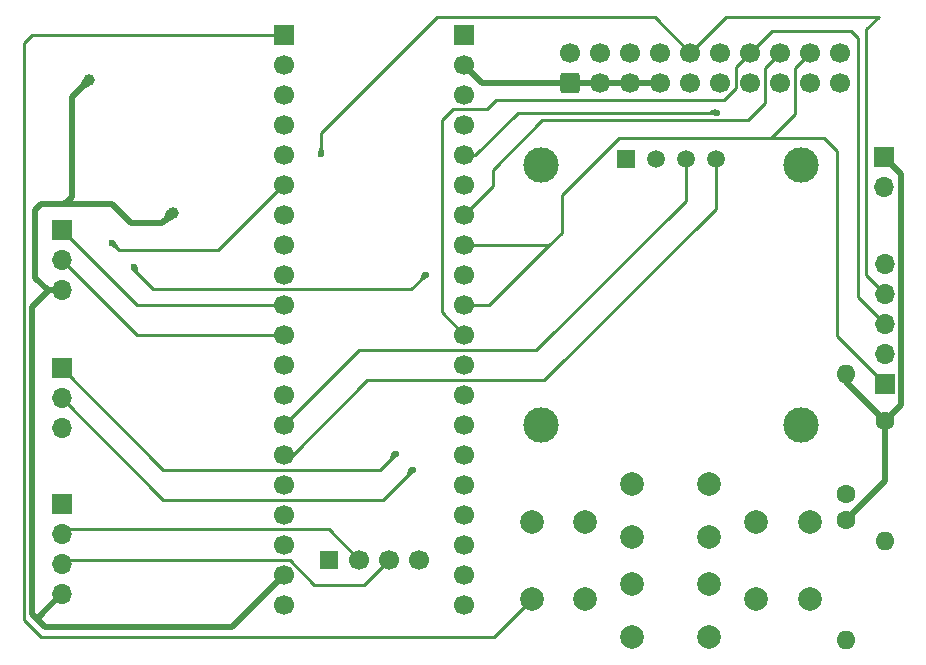
<source format=gbr>
%TF.GenerationSoftware,KiCad,Pcbnew,8.0.5*%
%TF.CreationDate,2024-10-08T11:28:01+02:00*%
%TF.ProjectId,sdiskII_stm32,73646973-6b49-4495-9f73-746d33322e6b,rev?*%
%TF.SameCoordinates,Original*%
%TF.FileFunction,Copper,L2,Bot*%
%TF.FilePolarity,Positive*%
%FSLAX46Y46*%
G04 Gerber Fmt 4.6, Leading zero omitted, Abs format (unit mm)*
G04 Created by KiCad (PCBNEW 8.0.5) date 2024-10-08 11:28:01*
%MOMM*%
%LPD*%
G01*
G04 APERTURE LIST*
G04 Aperture macros list*
%AMRoundRect*
0 Rectangle with rounded corners*
0 $1 Rounding radius*
0 $2 $3 $4 $5 $6 $7 $8 $9 X,Y pos of 4 corners*
0 Add a 4 corners polygon primitive as box body*
4,1,4,$2,$3,$4,$5,$6,$7,$8,$9,$2,$3,0*
0 Add four circle primitives for the rounded corners*
1,1,$1+$1,$2,$3*
1,1,$1+$1,$4,$5*
1,1,$1+$1,$6,$7*
1,1,$1+$1,$8,$9*
0 Add four rect primitives between the rounded corners*
20,1,$1+$1,$2,$3,$4,$5,0*
20,1,$1+$1,$4,$5,$6,$7,0*
20,1,$1+$1,$6,$7,$8,$9,0*
20,1,$1+$1,$8,$9,$2,$3,0*%
G04 Aperture macros list end*
%TA.AperFunction,ComponentPad*%
%ADD10RoundRect,0.250000X0.600000X-0.600000X0.600000X0.600000X-0.600000X0.600000X-0.600000X-0.600000X0*%
%TD*%
%TA.AperFunction,ComponentPad*%
%ADD11C,1.700000*%
%TD*%
%TA.AperFunction,ComponentPad*%
%ADD12C,2.000000*%
%TD*%
%TA.AperFunction,ComponentPad*%
%ADD13C,1.600000*%
%TD*%
%TA.AperFunction,ComponentPad*%
%ADD14O,1.600000X1.600000*%
%TD*%
%TA.AperFunction,ComponentPad*%
%ADD15R,1.700000X1.700000*%
%TD*%
%TA.AperFunction,ComponentPad*%
%ADD16O,1.700000X1.700000*%
%TD*%
%TA.AperFunction,ComponentPad*%
%ADD17R,1.524000X1.524000*%
%TD*%
%TA.AperFunction,ComponentPad*%
%ADD18R,1.508000X1.508000*%
%TD*%
%TA.AperFunction,ComponentPad*%
%ADD19C,1.508000*%
%TD*%
%TA.AperFunction,ComponentPad*%
%ADD20C,3.000000*%
%TD*%
%TA.AperFunction,ViaPad*%
%ADD21C,1.000000*%
%TD*%
%TA.AperFunction,ViaPad*%
%ADD22C,0.600000*%
%TD*%
%TA.AperFunction,Conductor*%
%ADD23C,0.500000*%
%TD*%
%TA.AperFunction,Conductor*%
%ADD24C,0.250000*%
%TD*%
G04 APERTURE END LIST*
D10*
%TO.P,J2,1,Pin_1*%
%TO.N,GND*%
X178290000Y-92490000D03*
D11*
%TO.P,J2,2,Pin_2*%
%TO.N,STEP0*%
X178290000Y-89950000D03*
%TO.P,J2,3,Pin_3*%
%TO.N,GND*%
X180830000Y-92490000D03*
%TO.P,J2,4,Pin_4*%
%TO.N,STEP1*%
X180830000Y-89950000D03*
%TO.P,J2,5,Pin_5*%
%TO.N,GND*%
X183370000Y-92490000D03*
%TO.P,J2,6,Pin_6*%
%TO.N,STEP2*%
X183370000Y-89950000D03*
%TO.P,J2,7,Pin_7*%
%TO.N,GND*%
X185910000Y-92490000D03*
%TO.P,J2,8,Pin_8*%
%TO.N,STEP3*%
X185910000Y-89950000D03*
%TO.P,J2,9,Pin_9*%
%TO.N,unconnected-(J2-Pin_9-Pad9)*%
X188450000Y-92490000D03*
%TO.P,J2,10,Pin_10*%
%TO.N,WR_REQ*%
X188450000Y-89950000D03*
%TO.P,J2,11,Pin_11*%
%TO.N,unconnected-(J2-Pin_11-Pad11)*%
X190990000Y-92490000D03*
%TO.P,J2,12,Pin_12*%
%TO.N,VCC*%
X190990000Y-89950000D03*
%TO.P,J2,13,Pin_13*%
%TO.N,unconnected-(J2-Pin_13-Pad13)*%
X193530000Y-92490000D03*
%TO.P,J2,14,Pin_14*%
%TO.N,DEVICE_ENABLE*%
X193530000Y-89950000D03*
%TO.P,J2,15,Pin_15*%
%TO.N,unconnected-(J2-Pin_15-Pad15)*%
X196070000Y-92490000D03*
%TO.P,J2,16,Pin_16*%
%TO.N,RD_DATA*%
X196070000Y-89950000D03*
%TO.P,J2,17,Pin_17*%
%TO.N,unconnected-(J2-Pin_17-Pad17)*%
X198610000Y-92490000D03*
%TO.P,J2,18,Pin_18*%
%TO.N,WR_DATA*%
X198610000Y-89950000D03*
%TO.P,J2,19,Pin_19*%
%TO.N,unconnected-(J2-Pin_19-Pad19)*%
X201150000Y-92490000D03*
%TO.P,J2,20,Pin_20*%
%TO.N,WR_PROTECT*%
X201150000Y-89950000D03*
%TD*%
D12*
%TO.P,UP1,1,1*%
%TO.N,+3.3V*%
X190040000Y-130950000D03*
X183540000Y-130950000D03*
%TO.P,UP1,2,2*%
%TO.N,BTN_UP*%
X190040000Y-126450000D03*
X183540000Y-126450000D03*
%TD*%
D13*
%TO.P,R1,1*%
%TO.N,WR_PROTECT*%
X201600000Y-127330000D03*
D14*
%TO.P,R1,2*%
%TO.N,VCC*%
X201600000Y-117170000D03*
%TD*%
D15*
%TO.P,J5,1,Pin_1*%
%TO.N,TIM2_CH3*%
X135240000Y-116670000D03*
D16*
%TO.P,J5,2,Pin_2*%
%TO.N,TIM3_CH4*%
X135240000Y-119210000D03*
%TO.P,J5,3,Pin_3*%
%TO.N,DEBUG*%
X135240000Y-121750000D03*
%TD*%
D15*
%TO.P,J4,1,Pin_1*%
%TO.N,USART1_TX*%
X135240000Y-104975000D03*
D16*
%TO.P,J4,2,Pin_2*%
%TO.N,USART1_RX*%
X135240000Y-107515000D03*
%TO.P,J4,3,Pin_3*%
%TO.N,GND*%
X135240000Y-110055000D03*
%TD*%
D15*
%TO.P,\u03BCC1,1,B12*%
%TO.N,BTN_RET*%
X154050000Y-88440000D03*
D11*
%TO.P,\u03BCC1,2,B13*%
%TO.N,SD_EJECT*%
X154050000Y-90980000D03*
%TO.P,\u03BCC1,3,B14*%
%TO.N,DEBUG*%
X154050000Y-93520000D03*
%TO.P,\u03BCC1,4,B15*%
%TO.N,SDIO_CK*%
X154050000Y-96060000D03*
%TO.P,\u03BCC1,5,A8*%
%TO.N,SDIO_D1*%
X154050000Y-98600000D03*
%TO.P,\u03BCC1,6,A9*%
%TO.N,SDIO_D2*%
X154050000Y-101140000D03*
%TO.P,\u03BCC1,7,A10*%
%TO.N,unconnected-(\u03BCC1-A10-Pad7)*%
X154050000Y-103680000D03*
%TO.P,\u03BCC1,8,A11*%
%TO.N,unconnected-(\u03BCC1-A11-Pad8)*%
X154050000Y-106220000D03*
%TO.P,\u03BCC1,9,A12*%
%TO.N,unconnected-(\u03BCC1-A12-Pad9)*%
X154050000Y-108760000D03*
%TO.P,\u03BCC1,10,A15*%
%TO.N,USART1_TX*%
X154050000Y-111300000D03*
%TO.P,\u03BCC1,11,B3*%
%TO.N,USART1_RX*%
X154050000Y-113840000D03*
%TO.P,\u03BCC1,12,B4*%
%TO.N,SDIO_DO*%
X154050000Y-116380000D03*
%TO.P,\u03BCC1,13,B5*%
%TO.N,SDIO_D3*%
X154050000Y-118920000D03*
%TO.P,\u03BCC1,14,B6*%
%TO.N,I2C_SCL*%
X154050000Y-121460000D03*
%TO.P,\u03BCC1,15,B7*%
%TO.N,I2C_SDA*%
X154050000Y-124000000D03*
%TO.P,\u03BCC1,16,B8*%
%TO.N,unconnected-(\u03BCC1-B8-Pad16)*%
X154050000Y-126540000D03*
%TO.P,\u03BCC1,17,B9*%
%TO.N,WR_REQ*%
X154050000Y-129080000D03*
%TO.P,\u03BCC1,18,5Vi*%
%TO.N,PWR_IN*%
X154050000Y-131620000D03*
%TO.P,\u03BCC1,19,GNDi*%
%TO.N,GND*%
X154050000Y-134160000D03*
%TO.P,\u03BCC1,20,3.3i*%
%TO.N,+3.3V*%
X154050000Y-136700000D03*
%TO.P,\u03BCC1,21,VB*%
%TO.N,unconnected-(\u03BCC1-VB-Pad21)*%
X169290000Y-136700000D03*
%TO.P,\u03BCC1,22,C13*%
%TO.N,BTN_DOWN*%
X169290000Y-134160000D03*
%TO.P,\u03BCC1,23,C14*%
%TO.N,BTN_UP*%
X169290000Y-131620000D03*
%TO.P,\u03BCC1,24,C15*%
%TO.N,BTN_ENTR*%
X169290000Y-129080000D03*
%TO.P,\u03BCC1,25,R*%
%TO.N,unconnected-(\u03BCC1-R-Pad25)*%
X169290000Y-126540000D03*
%TO.P,\u03BCC1,26,A0*%
%TO.N,STEP0*%
X169290000Y-124000000D03*
%TO.P,\u03BCC1,27,A1*%
%TO.N,STEP1*%
X169290000Y-121460000D03*
%TO.P,\u03BCC1,28,A2*%
%TO.N,STEP2*%
X169290000Y-118920000D03*
%TO.P,\u03BCC1,29,A3*%
%TO.N,STEP3*%
X169290000Y-116380000D03*
%TO.P,\u03BCC1,30,A4*%
%TO.N,DEVICE_ENABLE*%
X169290000Y-113840000D03*
%TO.P,\u03BCC1,31,A5*%
%TO.N,WR_DATA*%
X169290000Y-111300000D03*
%TO.P,\u03BCC1,32,A6*%
%TO.N,SDIO_CMD*%
X169290000Y-108760000D03*
%TO.P,\u03BCC1,33,A7*%
%TO.N,WR_DATA*%
X169290000Y-106220000D03*
%TO.P,\u03BCC1,34,B0*%
%TO.N,RD_DATA*%
X169290000Y-103680000D03*
%TO.P,\u03BCC1,35,B1*%
%TO.N,TIM3_CH4*%
X169290000Y-101140000D03*
%TO.P,\u03BCC1,36,B2*%
%TO.N,WR_PROTECT*%
X169290000Y-98600000D03*
%TO.P,\u03BCC1,37,B10*%
%TO.N,TIM2_CH3*%
X169290000Y-96060000D03*
%TO.P,\u03BCC1,38,3.3ii*%
%TO.N,unconnected-(\u03BCC1-3.3ii-Pad38)*%
X169290000Y-93520000D03*
%TO.P,\u03BCC1,39,GNDii*%
%TO.N,GND*%
X169290000Y-90980000D03*
D15*
%TO.P,\u03BCC1,40,5Vii*%
%TO.N,unconnected-(\u03BCC1-5Vii-Pad40)*%
X169290000Y-88440000D03*
D17*
%TO.P,\u03BCC1,41,3.3V*%
%TO.N,+3.3V*%
X157860000Y-132890000D03*
D11*
%TO.P,\u03BCC1,42,SDIO*%
%TO.N,SDIO*%
X160400000Y-132890000D03*
%TO.P,\u03BCC1,43,SCK*%
%TO.N,SCK*%
X162940000Y-132890000D03*
%TO.P,\u03BCC1,44,GND*%
%TO.N,GND*%
X165480000Y-132890000D03*
%TD*%
D15*
%TO.P,J1,1,Pin_1*%
%TO.N,VCC*%
X204840000Y-98810000D03*
D16*
%TO.P,J1,2,Pin_2*%
%TO.N,PWR_IN*%
X204840000Y-101350000D03*
%TD*%
D12*
%TO.P,ENTR1,1,1*%
%TO.N,+3.3V*%
X198540000Y-129700000D03*
X198540000Y-136200000D03*
%TO.P,ENTR1,2,2*%
%TO.N,BTN_ENTR*%
X194040000Y-129700000D03*
X194040000Y-136200000D03*
%TD*%
D15*
%TO.P,J6,1,Pin_1*%
%TO.N,+3.3V*%
X135240000Y-128180000D03*
D16*
%TO.P,J6,2,Pin_2*%
%TO.N,SDIO*%
X135240000Y-130720000D03*
%TO.P,J6,3,Pin_3*%
%TO.N,SCK*%
X135240000Y-133260000D03*
%TO.P,J6,4,Pin_4*%
%TO.N,GND*%
X135240000Y-135800000D03*
%TD*%
D13*
%TO.P,R3,1*%
%TO.N,VCC*%
X204950000Y-121120000D03*
D14*
%TO.P,R3,2*%
%TO.N,DEVICE_ENABLE*%
X204950000Y-131280000D03*
%TD*%
D18*
%TO.P,U8,1,GND*%
%TO.N,GND*%
X182980000Y-98950000D03*
D19*
%TO.P,U8,2,VCC_IN*%
%TO.N,+3.3V*%
X185520000Y-98950000D03*
%TO.P,U8,3,SCL*%
%TO.N,I2C_SCL*%
X188060000Y-98950000D03*
%TO.P,U8,4,SDA*%
%TO.N,I2C_SDA*%
X190600000Y-98950000D03*
D20*
%TO.P,U8,S1*%
%TO.N,N/C*%
X175790000Y-99450000D03*
%TO.P,U8,S2*%
X197790000Y-99450000D03*
%TO.P,U8,S3*%
X197790000Y-121450000D03*
%TO.P,U8,S4*%
X175790000Y-121450000D03*
%TD*%
D13*
%TO.P,R2,1*%
%TO.N,VCC*%
X201600000Y-129500000D03*
D14*
%TO.P,R2,2*%
%TO.N,WR_REQ*%
X201600000Y-139660000D03*
%TD*%
D15*
%TO.P,J3,1,Pin_1*%
%TO.N,WR_DATA*%
X204940000Y-118030000D03*
D16*
%TO.P,J3,2,Pin_2*%
%TO.N,WR_PROTECT*%
X204940000Y-115490000D03*
%TO.P,J3,3,Pin_3*%
%TO.N,DEVICE_ENABLE*%
X204940000Y-112950000D03*
%TO.P,J3,4,Pin_4*%
%TO.N,WR_REQ*%
X204940000Y-110410000D03*
%TO.P,J3,5,Pin_5*%
%TO.N,RD_DATA*%
X204940000Y-107870000D03*
%TD*%
D12*
%TO.P,RET1,1,1*%
%TO.N,+3.3V*%
X179540000Y-129700000D03*
X179540000Y-136200000D03*
%TO.P,RET1,2,2*%
%TO.N,BTN_RET*%
X175040000Y-129700000D03*
X175040000Y-136200000D03*
%TD*%
%TO.P,DOWN1,1,1*%
%TO.N,+3.3V*%
X183540000Y-134950000D03*
X190040000Y-134950000D03*
%TO.P,DOWN1,2,2*%
%TO.N,BTN_DOWN*%
X183540000Y-139450000D03*
X190040000Y-139450000D03*
%TD*%
D21*
%TO.N,GND*%
X144640000Y-103500000D03*
X137540000Y-92250000D03*
D22*
%TO.N,WR_REQ*%
X157190000Y-98500000D03*
%TO.N,WR_PROTECT*%
X190690000Y-95025000D03*
%TO.N,SDIO_CMD*%
X141340000Y-108100000D03*
X166040000Y-108760000D03*
%TO.N,SDIO_D2*%
X139490000Y-106050000D03*
%TO.N,TIM3_CH4*%
X164940000Y-125250000D03*
%TO.N,TIM2_CH3*%
X163490000Y-123900000D03*
%TD*%
D23*
%TO.N,GND*%
X132715000Y-111475000D02*
X134135000Y-110055000D01*
X132990000Y-103300000D02*
X132990000Y-109000000D01*
X178290000Y-92490000D02*
X180830000Y-92490000D01*
X134045000Y-110055000D02*
X135240000Y-110055000D01*
X170800000Y-92490000D02*
X169290000Y-90980000D01*
X135440000Y-102800000D02*
X133490000Y-102800000D01*
X133090000Y-137900000D02*
X132715000Y-137525000D01*
X144640000Y-103500000D02*
X143740000Y-104400000D01*
X132715000Y-137525000D02*
X132715000Y-111475000D01*
X154050000Y-134160000D02*
X149610000Y-138600000D01*
X132990000Y-109000000D02*
X134045000Y-110055000D01*
X178290000Y-92490000D02*
X170800000Y-92490000D01*
X133090000Y-137900000D02*
X135190000Y-135800000D01*
X180830000Y-92490000D02*
X183370000Y-92490000D01*
X137540000Y-92250000D02*
X136090000Y-93700000D01*
X136090000Y-102150000D02*
X135440000Y-102800000D01*
X134135000Y-110055000D02*
X135240000Y-110055000D01*
X136090000Y-93700000D02*
X136090000Y-102150000D01*
X133490000Y-102800000D02*
X132990000Y-103300000D01*
X183370000Y-92490000D02*
X185910000Y-92490000D01*
X149610000Y-138600000D02*
X133790000Y-138600000D01*
X143740000Y-104400000D02*
X141090000Y-104400000D01*
X141090000Y-104400000D02*
X139490000Y-102800000D01*
X133790000Y-138600000D02*
X133090000Y-137900000D01*
X139490000Y-102800000D02*
X135440000Y-102800000D01*
%TO.N,VCC*%
X204950000Y-126250000D02*
X204950000Y-121120000D01*
X206290000Y-100260000D02*
X206290000Y-119780000D01*
X201650000Y-129550000D02*
X204950000Y-126250000D01*
X206290000Y-119780000D02*
X204950000Y-121120000D01*
X201650000Y-117820000D02*
X201650000Y-117140000D01*
X204840000Y-98810000D02*
X206290000Y-100260000D01*
X204950000Y-121120000D02*
X201650000Y-117820000D01*
D24*
%TO.N,WR_REQ*%
X204390000Y-86950000D02*
X203350000Y-87990000D01*
X203350000Y-87990000D02*
X203350000Y-108820000D01*
X166990000Y-86950000D02*
X185450000Y-86950000D01*
X185450000Y-86950000D02*
X188450000Y-89950000D01*
X188450000Y-89950000D02*
X191450000Y-86950000D01*
X157190000Y-96750000D02*
X166990000Y-86950000D01*
X191450000Y-86950000D02*
X204390000Y-86950000D01*
X203350000Y-108820000D02*
X204940000Y-110410000D01*
X157190000Y-98500000D02*
X157190000Y-96750000D01*
%TO.N,WR_PROTECT*%
X190690000Y-95025000D02*
X173815000Y-95025000D01*
X170240000Y-98600000D02*
X169290000Y-98600000D01*
X173815000Y-95025000D02*
X170240000Y-98600000D01*
%TO.N,BTN_RET*%
X171840000Y-139400000D02*
X175040000Y-136200000D01*
X131990000Y-137950000D02*
X133440000Y-139400000D01*
X154050000Y-88440000D02*
X132700000Y-88440000D01*
X131990000Y-89150000D02*
X131990000Y-137950000D01*
X133440000Y-139400000D02*
X171840000Y-139400000D01*
X132700000Y-88440000D02*
X131990000Y-89150000D01*
%TO.N,WR_DATA*%
X177540000Y-105200000D02*
X177540000Y-102050000D01*
X200840000Y-113930000D02*
X204940000Y-118030000D01*
X200840000Y-98250000D02*
X200840000Y-113930000D01*
X176520000Y-106220000D02*
X171440000Y-111300000D01*
X176520000Y-106220000D02*
X177540000Y-105200000D01*
X197340000Y-95150000D02*
X195290000Y-97200000D01*
X182390000Y-97200000D02*
X195290000Y-97200000D01*
X197340000Y-91220000D02*
X197340000Y-95150000D01*
X199790000Y-97200000D02*
X200840000Y-98250000D01*
X170040000Y-106200000D02*
X169514000Y-106726000D01*
X171440000Y-111300000D02*
X169290000Y-111300000D01*
X177540000Y-102050000D02*
X182390000Y-97200000D01*
X198610000Y-89950000D02*
X197340000Y-91220000D01*
X195290000Y-97200000D02*
X199790000Y-97200000D01*
X169985592Y-106200000D02*
X169647796Y-105862204D01*
X170040000Y-106200000D02*
X169985592Y-106200000D01*
X176520000Y-106220000D02*
X169290000Y-106220000D01*
%TO.N,RD_DATA*%
X193290000Y-95700000D02*
X175890000Y-95700000D01*
X194790000Y-91230000D02*
X194790000Y-94200000D01*
X175890000Y-95700000D02*
X171740000Y-99850000D01*
X171740000Y-101230000D02*
X169290000Y-103680000D01*
X196070000Y-89950000D02*
X194790000Y-91230000D01*
X171740000Y-99850000D02*
X171740000Y-101230000D01*
X194790000Y-94200000D02*
X193290000Y-95700000D01*
X168594408Y-103700000D02*
X168932204Y-104037796D01*
%TO.N,I2C_SDA*%
X168782588Y-117695000D02*
X168777588Y-117700000D01*
X169802412Y-117700000D02*
X169797412Y-117695000D01*
X168777588Y-117700000D02*
X161090000Y-117700000D01*
X169797412Y-117695000D02*
X168782588Y-117695000D01*
X161090000Y-117700000D02*
X154790000Y-124000000D01*
X176090000Y-117700000D02*
X169802412Y-117700000D01*
X190600000Y-98950000D02*
X190600000Y-103190000D01*
X190600000Y-103190000D02*
X176090000Y-117700000D01*
X154790000Y-124000000D02*
X154050000Y-124000000D01*
%TO.N,USART1_RX*%
X141565000Y-113840000D02*
X154050000Y-113840000D01*
X135240000Y-107515000D02*
X141565000Y-113840000D01*
%TO.N,I2C_SCL*%
X188060000Y-98950000D02*
X188060000Y-102480000D01*
X160360000Y-115150000D02*
X154050000Y-121460000D01*
X188060000Y-102480000D02*
X175390000Y-115150000D01*
X175390000Y-115150000D02*
X160360000Y-115150000D01*
%TO.N,USART1_TX*%
X141565000Y-111300000D02*
X154050000Y-111300000D01*
X135240000Y-104975000D02*
X141565000Y-111300000D01*
%TO.N,SDIO_CMD*%
X164815000Y-109985000D02*
X166040000Y-108760000D01*
X142975000Y-109985000D02*
X164815000Y-109985000D01*
X141340000Y-108100000D02*
X141340000Y-108350000D01*
X141340000Y-108350000D02*
X142975000Y-109985000D01*
%TO.N,SDIO_D2*%
X154000000Y-101140000D02*
X154050000Y-101140000D01*
X148490000Y-106650000D02*
X154000000Y-101140000D01*
X140090000Y-106650000D02*
X148490000Y-106650000D01*
X139490000Y-106050000D02*
X140090000Y-106650000D01*
%TO.N,TIM3_CH4*%
X164940000Y-125250000D02*
X162390000Y-127800000D01*
X143830000Y-127800000D02*
X135240000Y-119210000D01*
X162390000Y-127800000D02*
X143830000Y-127800000D01*
%TO.N,DEVICE_ENABLE*%
X195330000Y-88150000D02*
X202040000Y-88150000D01*
X191290000Y-93950000D02*
X172000000Y-93950000D01*
X192290000Y-91190000D02*
X192290000Y-92950000D01*
X202600000Y-110610000D02*
X204940000Y-112950000D01*
X202040000Y-88150000D02*
X202600000Y-88710000D01*
X171200000Y-94750000D02*
X168340000Y-94750000D01*
X168340000Y-94750000D02*
X167390000Y-95700000D01*
X172000000Y-93950000D02*
X171200000Y-94750000D01*
X167390000Y-111940000D02*
X169290000Y-113840000D01*
X192290000Y-92950000D02*
X191290000Y-93950000D01*
X202600000Y-88710000D02*
X202600000Y-110610000D01*
X167390000Y-95700000D02*
X167390000Y-111940000D01*
X193530000Y-89950000D02*
X195330000Y-88150000D01*
X193530000Y-89950000D02*
X192290000Y-91190000D01*
%TO.N,TIM2_CH3*%
X162140000Y-125250000D02*
X143820000Y-125250000D01*
X163490000Y-123900000D02*
X162140000Y-125250000D01*
X143820000Y-125250000D02*
X135240000Y-116670000D01*
%TO.N,SCK*%
X156622412Y-135000000D02*
X154557412Y-132935000D01*
X135515000Y-132935000D02*
X135190000Y-133260000D01*
X162940000Y-132890000D02*
X160830000Y-135000000D01*
X154557412Y-132935000D02*
X135515000Y-132935000D01*
X160830000Y-135000000D02*
X156622412Y-135000000D01*
%TO.N,SDIO*%
X157815000Y-130305000D02*
X135655000Y-130305000D01*
X160400000Y-132890000D02*
X157815000Y-130305000D01*
X135655000Y-130305000D02*
X135240000Y-130720000D01*
X135605000Y-130305000D02*
X135190000Y-130720000D01*
%TD*%
%TA.AperFunction,Conductor*%
%TO.N,GND*%
G36*
X137087473Y-92062536D02*
G01*
X137536203Y-92247437D01*
X137542546Y-92253757D01*
X137542563Y-92253797D01*
X137727462Y-92702523D01*
X137727445Y-92711477D01*
X137722549Y-92717080D01*
X137017465Y-93129326D01*
X137008594Y-93130544D01*
X137003287Y-93127499D01*
X136662500Y-92786712D01*
X136659073Y-92778439D01*
X136660671Y-92772538D01*
X137072919Y-92067449D01*
X137080053Y-92062037D01*
X137087473Y-92062536D01*
G37*
%TD.AperFunction*%
%TD*%
%TA.AperFunction,Conductor*%
%TO.N,TIM3_CH4*%
G36*
X164672707Y-125139248D02*
G01*
X164936184Y-125247436D01*
X164942536Y-125253748D01*
X164942563Y-125253815D01*
X165050751Y-125517292D01*
X165050724Y-125526247D01*
X165045346Y-125532106D01*
X164611740Y-125758673D01*
X164602821Y-125759467D01*
X164598049Y-125756576D01*
X164433423Y-125591950D01*
X164429996Y-125583677D01*
X164431324Y-125578264D01*
X164657894Y-125144651D01*
X164664762Y-125138907D01*
X164672707Y-125139248D01*
G37*
%TD.AperFunction*%
%TD*%
%TA.AperFunction,Conductor*%
%TO.N,WR_PROTECT*%
G36*
X190573931Y-94751823D02*
G01*
X190579309Y-94757682D01*
X190689115Y-95020489D01*
X190689142Y-95029444D01*
X190689115Y-95029511D01*
X190579309Y-95292317D01*
X190572957Y-95298629D01*
X190565012Y-95298970D01*
X190098199Y-95152571D01*
X190091330Y-95146825D01*
X190090000Y-95141407D01*
X190090000Y-94908592D01*
X190093427Y-94900319D01*
X190098196Y-94897429D01*
X190565013Y-94751029D01*
X190573931Y-94751823D01*
G37*
%TD.AperFunction*%
%TD*%
%TA.AperFunction,Conductor*%
%TO.N,WR_REQ*%
G36*
X157314680Y-97903427D02*
G01*
X157317571Y-97908199D01*
X157463970Y-98375012D01*
X157463176Y-98383931D01*
X157457317Y-98389309D01*
X157194511Y-98499115D01*
X157185556Y-98499142D01*
X157185489Y-98499115D01*
X156922682Y-98389309D01*
X156916370Y-98382957D01*
X156916029Y-98375013D01*
X157062429Y-97908199D01*
X157068175Y-97901330D01*
X157073593Y-97900000D01*
X157306407Y-97900000D01*
X157314680Y-97903427D01*
G37*
%TD.AperFunction*%
%TD*%
%TA.AperFunction,Conductor*%
%TO.N,SDIO_CMD*%
G36*
X165772707Y-108649248D02*
G01*
X166036184Y-108757436D01*
X166042536Y-108763748D01*
X166042563Y-108763815D01*
X166150751Y-109027292D01*
X166150724Y-109036247D01*
X166145346Y-109042106D01*
X165711740Y-109268673D01*
X165702821Y-109269467D01*
X165698049Y-109266576D01*
X165533423Y-109101950D01*
X165529996Y-109093677D01*
X165531324Y-109088264D01*
X165757894Y-108654651D01*
X165764762Y-108648907D01*
X165772707Y-108649248D01*
G37*
%TD.AperFunction*%
%TD*%
%TA.AperFunction,Conductor*%
%TO.N,SDIO_CMD*%
G36*
X141629454Y-108099975D02*
G01*
X141637719Y-108103421D01*
X141641066Y-108110492D01*
X141681663Y-108509920D01*
X141679090Y-108518497D01*
X141678296Y-108519376D01*
X141513749Y-108683923D01*
X141505476Y-108687350D01*
X141497203Y-108683923D01*
X141497175Y-108683896D01*
X141136059Y-108320377D01*
X141132660Y-108312092D01*
X141136058Y-108303887D01*
X141335851Y-108102757D01*
X141344111Y-108099304D01*
X141629454Y-108099975D01*
G37*
%TD.AperFunction*%
%TD*%
%TA.AperFunction,Conductor*%
%TO.N,GND*%
G36*
X144187473Y-103312536D02*
G01*
X144636203Y-103497437D01*
X144642546Y-103503757D01*
X144642563Y-103503797D01*
X144827462Y-103952523D01*
X144827445Y-103961477D01*
X144822549Y-103967080D01*
X144117465Y-104379326D01*
X144108594Y-104380544D01*
X144103287Y-104377499D01*
X143762500Y-104036712D01*
X143759073Y-104028439D01*
X143760671Y-104022538D01*
X144172919Y-103317449D01*
X144180053Y-103312037D01*
X144187473Y-103312536D01*
G37*
%TD.AperFunction*%
%TD*%
%TA.AperFunction,Conductor*%
%TO.N,TIM2_CH3*%
G36*
X163222707Y-123789248D02*
G01*
X163486184Y-123897436D01*
X163492536Y-123903748D01*
X163492563Y-123903815D01*
X163600751Y-124167292D01*
X163600724Y-124176247D01*
X163595346Y-124182106D01*
X163161740Y-124408673D01*
X163152821Y-124409467D01*
X163148049Y-124406576D01*
X162983423Y-124241950D01*
X162979996Y-124233677D01*
X162981324Y-124228264D01*
X163207894Y-123794651D01*
X163214762Y-123788907D01*
X163222707Y-123789248D01*
G37*
%TD.AperFunction*%
%TD*%
%TA.AperFunction,Conductor*%
%TO.N,SDIO_D2*%
G36*
X139766247Y-105939275D02*
G01*
X139772105Y-105944652D01*
X139971974Y-106327164D01*
X139998673Y-106378259D01*
X139999467Y-106387178D01*
X139996576Y-106391950D01*
X139831950Y-106556576D01*
X139823677Y-106560003D01*
X139818260Y-106558673D01*
X139384652Y-106332105D01*
X139378907Y-106325237D01*
X139379247Y-106317293D01*
X139487436Y-106053814D01*
X139493746Y-106047464D01*
X139757293Y-105939248D01*
X139766247Y-105939275D01*
G37*
%TD.AperFunction*%
%TD*%
M02*

</source>
